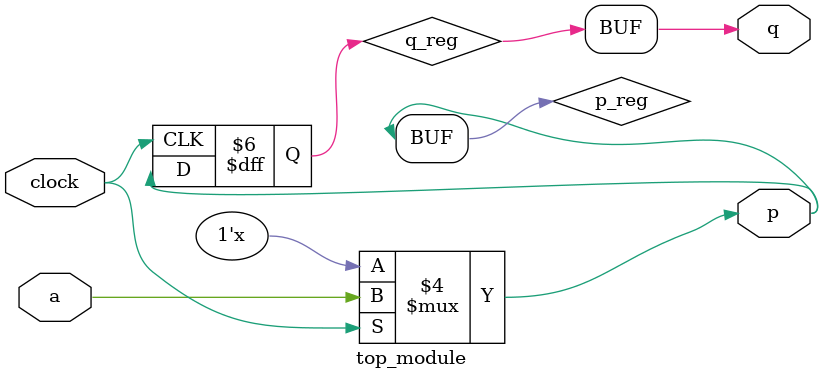
<source format=v>
module top_module (
    input clock,
    input a,
    output p,
    output q );
    reg q_reg;
    reg p_reg;
    
    always@(*)begin
        if(clock)begin
        	p_reg = a;
        end
    end
    
    always@(negedge clock)begin
        q_reg <= p;
    end
 assign q = q_reg;
 assign p = p_reg;
endmodule
</source>
